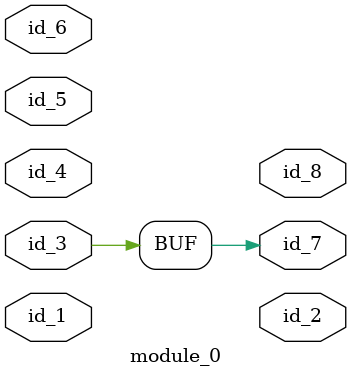
<source format=v>
module module_0 (
    id_1,
    id_2,
    id_3,
    id_4,
    id_5,
    id_6,
    id_7,
    id_8
);
  output id_8;
  output id_7;
  input id_6;
  input id_5;
  input id_4;
  input id_3;
  output id_2;
  input id_1;
  assign id_7 = id_3;
  id_9 id_10 (
      .id_4(id_5),
      .id_4(id_2),
      .id_4(id_5),
      .id_3((id_2)),
      .id_8(id_1),
      .id_1(id_3),
      .id_3(id_1),
      .id_1(id_1)
  );
endmodule

</source>
